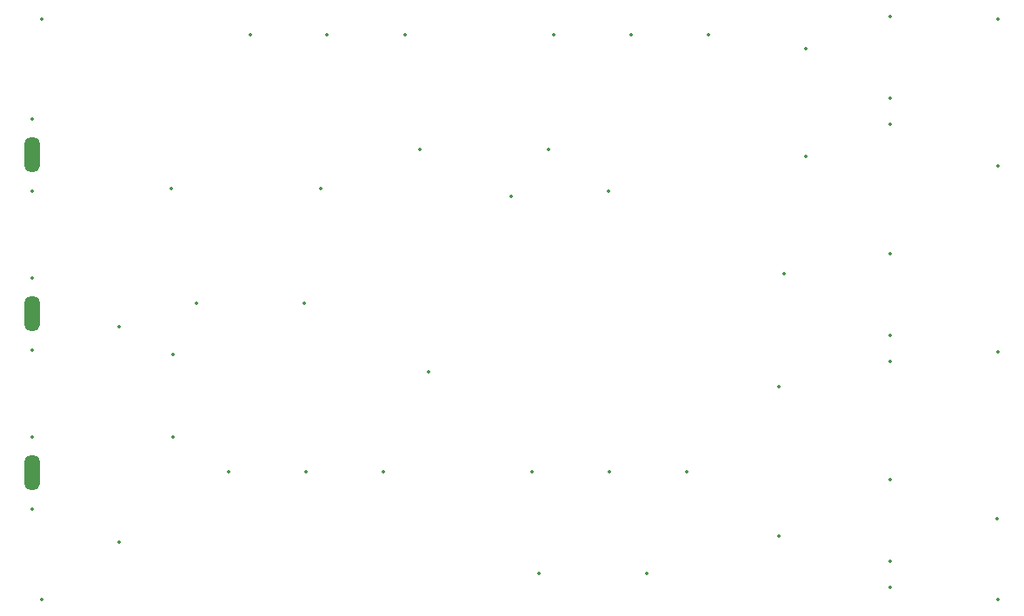
<source format=gtl>
%TF.GenerationSoftware,KiCad,Pcbnew,(6.0.7)*%
%TF.CreationDate,2024-05-27T12:45:13+05:30*%
%TF.ProjectId,G0449P0983,47303434-3950-4303-9938-332e6b696361,rev?*%
%TF.SameCoordinates,Original*%
%TF.FileFunction,Copper,L1,Top*%
%TF.FilePolarity,Positive*%
%FSLAX46Y46*%
G04 Gerber Fmt 4.6, Leading zero omitted, Abs format (unit mm)*
G04 Created by KiCad (PCBNEW (6.0.7)) date 2024-05-27 12:45:13*
%MOMM*%
%LPD*%
G01*
G04 APERTURE LIST*
%ADD10C,0.350000*%
%ADD11O,1.500000X3.500000*%
G04 APERTURE END LIST*
D10*
X139300000Y-105600000D03*
X139371828Y-71200000D03*
X45294128Y-66651681D03*
X45294128Y-73651681D03*
D11*
X45294128Y-70151681D03*
D10*
X46216162Y-56890035D03*
X139371828Y-113461257D03*
X139368909Y-56896463D03*
X83086702Y-69600000D03*
X95586702Y-69600000D03*
X101436702Y-73700000D03*
X118536702Y-81700000D03*
X53736702Y-107900000D03*
X53736702Y-86900000D03*
X45294128Y-82124526D03*
X45294128Y-89124526D03*
D11*
X45294128Y-85624526D03*
D10*
X61286702Y-84600000D03*
X71786702Y-84600000D03*
X128836702Y-112250000D03*
X128836702Y-109750000D03*
X128836702Y-101750000D03*
X71936702Y-101000000D03*
X64436702Y-101000000D03*
X79486702Y-101000000D03*
X93986702Y-101000000D03*
X109036702Y-101000000D03*
X101536702Y-101000000D03*
X128836702Y-90250000D03*
X128836702Y-87750000D03*
X128836702Y-79750000D03*
X46216162Y-113468243D03*
X59036702Y-97600000D03*
X59036702Y-89600000D03*
X139371828Y-89300000D03*
X120636702Y-70250000D03*
X120636702Y-59750000D03*
X128836702Y-67125000D03*
X128836702Y-64625000D03*
X128836702Y-56625000D03*
X74036702Y-58400000D03*
X66536702Y-58400000D03*
X81586702Y-58400000D03*
X96086702Y-58400000D03*
X111136702Y-58400000D03*
X103636702Y-58400000D03*
X118036702Y-107290000D03*
X118036702Y-92710000D03*
X45294128Y-97633252D03*
X45294128Y-104633252D03*
D11*
X45294128Y-101133252D03*
D10*
X83936702Y-91300000D03*
X91936702Y-74200000D03*
X105186702Y-110900000D03*
X94686702Y-110900000D03*
X58846702Y-73400000D03*
X73426702Y-73400000D03*
M02*

</source>
